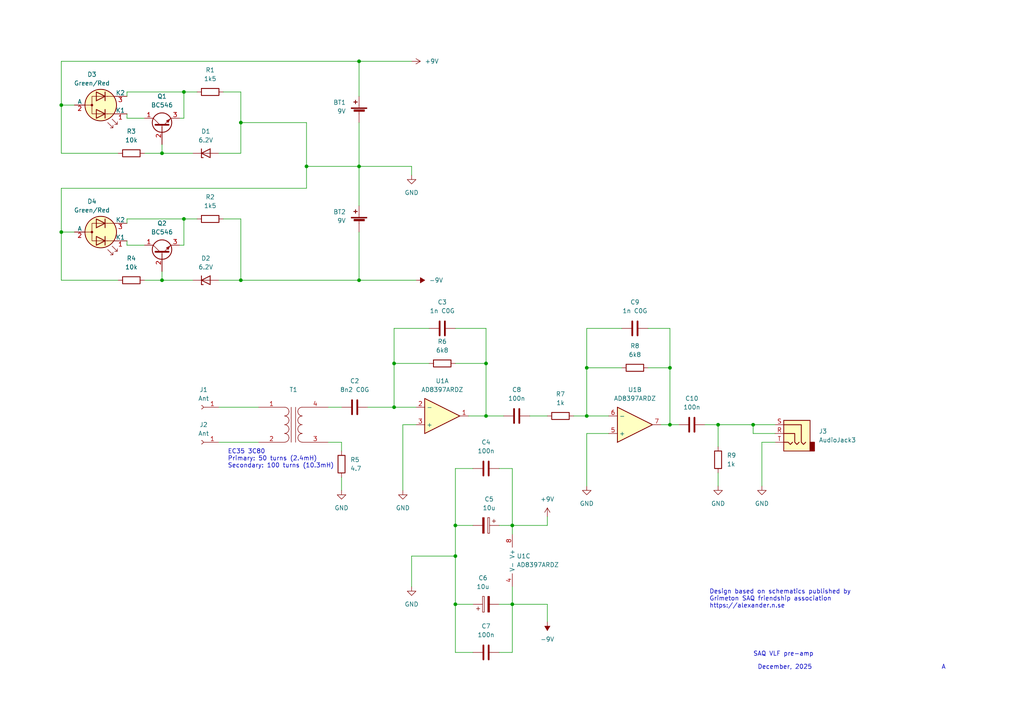
<source format=kicad_sch>
(kicad_sch (version 20211123) (generator eeschema)
  (paper "A4")
  (lib_symbols
    (symbol "Connector:AudioJack3"
      (property "Reference" "J" (at 0 8.89 0))
      (property "Value" "AudioJack3" (at 0 6.35 0))
      (symbol "AudioJack3_0_1"
        (rectangle (start -5.08 -5.08) (end -6.35 -2.54) (stroke (width 0.254)) (fill (type outline)))
        (polyline (pts (xy 0 -2.54) (xy 0.635 -3.175) (xy 1.27 -2.54) (xy 2.54 -2.54)) (stroke (width 0.254)))
        (polyline (pts (xy -1.905 -2.54) (xy -1.27 -3.175) (xy -0.635 -2.54) (xy -0.635 0) (xy 2.54 0)) (stroke (width 0.254)))
        (polyline (pts (xy 2.54 2.54) (xy -2.54 2.54) (xy -2.54 -2.54) (xy -3.175 -3.175) (xy -3.81 -2.54)) (stroke (width 0.254)))
        (rectangle (start 2.54 3.81) (end -5.08 -5.08) (stroke (width 0.254)) (fill (type background)))
      )
      (symbol "AudioJack3_1_1"
        (pin passive line (at 5.08 0 180) (length 2.54) (name "~") (number "R"))
        (pin passive line (at 5.08 2.54 180) (length 2.54) (name "~") (number "S"))
        (pin passive line (at 5.08 -2.54 180) (length 2.54) (name "~") (number "T"))
      )
    )
    (symbol "Connector:Conn_01x01_Female" (pin_names (offset 1.016) hide)
      (property "Reference" "J" (at 0 2.54 0))
      (property "Value" "Conn_01x01_Female" (at 0 -2.54 0))
      (symbol "Conn_01x01_Female_1_1"
        (polyline (pts (xy -1.27 0) (xy -0.508 0)) (stroke (width 0.1524)))
        (arc (start 0 0.508) (mid -0.508 0) (end 0 -0.508) (stroke (width 0.1524)))
        (pin passive line (at -5.08 0 0) (length 3.81) (name "Pin_1") (number "1"))
      )
    )
    (symbol "Device:Battery_Cell" (pin_numbers hide) (pin_names (offset 0) hide)
      (property "Reference" "BT" (at 2.54 2.54 0))
      (property "Value" "Battery_Cell" (at 2.54 0 0))
      (symbol "Battery_Cell_0_1"
        (rectangle (start -2.286 1.778) (end 2.286 1.524) (fill (type outline)))
        (rectangle (start -1.5748 1.1938) (end 1.4732 0.6858) (fill (type outline)))
        (polyline (pts (xy 0 0.762) (xy 0 0)))
        (polyline (pts (xy 0 1.778) (xy 0 2.54)))
        (polyline (pts (xy 0.508 3.429) (xy 1.524 3.429)) (stroke (width 0.254)))
        (polyline (pts (xy 1.016 3.937) (xy 1.016 2.921)) (stroke (width 0.254)))
      )
      (symbol "Battery_Cell_1_1"
        (pin passive line (at 0 5.08 270) (length 2.54) (name "+") (number "1"))
        (pin passive line (at 0 -2.54 90) (length 2.54) (name "-") (number "2"))
      )
    )
    (symbol "Device:C" (pin_numbers hide) (pin_names (offset 0.254))
      (property "Reference" "C" (at 0.635 2.54 0))
      (property "Value" "C" (at 0.635 -2.54 0))
      (symbol "C_0_1"
        (polyline (pts (xy -2.032 -0.762) (xy 2.032 -0.762)) (stroke (width 0.508)))
        (polyline (pts (xy -2.032 0.762) (xy 2.032 0.762)) (stroke (width 0.508)))
      )
      (symbol "C_1_1"
        (pin passive line (at 0 3.81 270) (length 2.794) (name "~") (number "1"))
        (pin passive line (at 0 -3.81 90) (length 2.794) (name "~") (number "2"))
      )
    )
    (symbol "Device:C_Polarized" (pin_numbers hide) (pin_names (offset 0.254))
      (property "Reference" "C" (at 0.635 2.54 0))
      (property "Value" "C_Polarized" (at 0.635 -2.54 0))
      (symbol "C_Polarized_0_1"
        (rectangle (start -2.286 0.508) (end 2.286 1.016))
        (polyline (pts (xy -1.778 2.286) (xy -0.762 2.286)))
        (polyline (pts (xy -1.27 2.794) (xy -1.27 1.778)))
        (rectangle (start 2.286 -0.508) (end -2.286 -1.016) (fill (type outline)))
      )
      (symbol "C_Polarized_1_1"
        (pin passive line (at 0 3.81 270) (length 2.794) (name "~") (number "1"))
        (pin passive line (at 0 -3.81 90) (length 2.794) (name "~") (number "2"))
      )
    )
    (symbol "Device:D_Zener" (pin_numbers hide) (pin_names (offset 1.016) hide)
      (property "Reference" "D" (at 0 2.54 0))
      (property "Value" "D_Zener" (at 0 -2.54 0))
      (symbol "D_Zener_0_1"
        (polyline (pts (xy 1.27 0) (xy -1.27 0)))
        (polyline (pts (xy -1.27 -1.27) (xy -1.27 1.27) (xy -0.762 1.27)) (stroke (width 0.254)))
        (polyline (pts (xy 1.27 -1.27) (xy 1.27 1.27) (xy -1.27 0) (xy 1.27 -1.27)) (stroke (width 0.254)))
      )
      (symbol "D_Zener_1_1"
        (pin passive line (at -3.81 0 0) (length 2.54) (name "K") (number "1"))
        (pin passive line (at 3.81 0 180) (length 2.54) (name "A") (number "2"))
      )
    )
    (symbol "Device:LED_Dual_KAK" (pin_names (offset 0))
      (property "Reference" "D" (at 0 5.715 0))
      (property "Value" "LED_Dual_KAK" (at 0 -6.35 0))
      (symbol "LED_Dual_KAK_0_1"
        (circle (center -2.54 0) (radius 0.2794) (fill (type outline)))
        (polyline (pts (xy -4.572 0) (xy -2.54 0)))
        (polyline (pts (xy 1.27 -1.27) (xy 1.27 -3.81)) (stroke (width 0.254)))
        (polyline (pts (xy 1.27 3.81) (xy 1.27 1.27)) (stroke (width 0.254)))
        (polyline (pts (xy 3.81 -2.54) (xy 1.905 -2.54)))
        (polyline (pts (xy 3.81 2.54) (xy 1.905 2.54)))
        (polyline (pts (xy -1.27 -1.27) (xy -1.27 -3.81) (xy 1.27 -2.54) (xy -1.27 -1.27)) (stroke (width 0.254)))
        (polyline (pts (xy -1.27 3.81) (xy -1.27 1.27) (xy 1.27 2.54) (xy -1.27 3.81)) (stroke (width 0.254)))
        (polyline (pts (xy 2.032 2.54) (xy -2.54 2.54) (xy -2.54 -2.54) (xy 2.032 -2.54)))
        (polyline (pts (xy 2.032 5.08) (xy 3.556 6.604) (xy 2.794 6.604) (xy 3.556 6.604) (xy 3.556 5.842)))
        (polyline (pts (xy 3.302 4.064) (xy 4.826 5.588) (xy 4.064 5.588) (xy 4.826 5.588) (xy 4.826 4.826)))
        (circle (center 0 0) (radius 4.572) (stroke (width 0.254)) (fill (type background)))
      )
      (symbol "LED_Dual_KAK_1_1"
        (pin input line (at 7.62 2.54 180) (length 3.81) (name "K1") (number "1"))
        (pin input line (at -7.62 0 0) (length 3.048) (name "A") (number "2"))
        (pin input line (at 7.62 -2.54 180) (length 3.81) (name "K2") (number "3"))
      )
    )
    (symbol "Device:Opamp_Dual"
      (property "Reference" "U" (at 0 5.08 0))
      (property "Value" "Opamp_Dual" (at 0 -5.08 0))
      (symbol "Opamp_Dual_1_1"
        (polyline (pts (xy -5.08 5.08) (xy 5.08 0) (xy -5.08 -5.08) (xy -5.08 5.08)) (stroke (width 0.254)) (fill (type background)))
        (pin output line (at 7.62 0 180) (length 2.54) (name "~") (number "1"))
        (pin input line (at -7.62 -2.54 0) (length 2.54) (name "-") (number "2"))
        (pin input line (at -7.62 2.54 0) (length 2.54) (name "+") (number "3"))
      )
      (symbol "Opamp_Dual_2_1"
        (polyline (pts (xy -5.08 5.08) (xy 5.08 0) (xy -5.08 -5.08) (xy -5.08 5.08)) (stroke (width 0.254)) (fill (type background)))
        (pin input line (at -7.62 2.54 0) (length 2.54) (name "+") (number "5"))
        (pin input line (at -7.62 -2.54 0) (length 2.54) (name "-") (number "6"))
        (pin output line (at 7.62 0 180) (length 2.54) (name "~") (number "7"))
      )
      (symbol "Opamp_Dual_3_1"
        (pin power_in line (at -2.54 -7.62 90) (length 3.81) (name "V-") (number "4"))
        (pin power_in line (at -2.54 7.62 270) (length 3.81) (name "V+") (number "8"))
      )
    )
    (symbol "Device:R" (pin_numbers hide) (pin_names (offset 0))
      (property "Reference" "R" (at 2.032 0 90))
      (property "Value" "R" (at 0 0 90))
      (symbol "R_0_1"
        (rectangle (start -1.016 -2.54) (end 1.016 2.54) (stroke (width 0.254)))
      )
      (symbol "R_1_1"
        (pin passive line (at 0 3.81 270) (length 1.27) (name "~") (number "1"))
        (pin passive line (at 0 -3.81 90) (length 1.27) (name "~") (number "2"))
      )
    )
    (symbol "Device:Transformer_1P_1S" (pin_names (offset 1.016) hide)
      (property "Reference" "T" (at 0 6.35 0))
      (property "Value" "Transformer_1P_1S" (at 0 -7.62 0))
      (symbol "Transformer_1P_1S_0_1"
        (arc (start -2.54 -5.0546) (mid -1.6599 -4.6901) (end -1.27 -3.81))
        (arc (start -2.54 -2.5146) (mid -1.6599 -2.1501) (end -1.27 -1.27))
        (arc (start -2.54 0.0254) (mid -1.6599 0.3899) (end -1.27 1.27))
        (arc (start -2.54 2.5654) (mid -1.6599 2.9299) (end -1.27 3.81))
        (arc (start -1.27 -3.81) (mid -1.642 -2.912) (end -2.54 -2.54))
        (arc (start -1.27 -1.27) (mid -1.642 -0.372) (end -2.54 0))
        (arc (start -1.27 1.27) (mid -1.642 2.168) (end -2.54 2.54))
        (arc (start -1.27 3.81) (mid -1.642 4.708) (end -2.54 5.08))
        (polyline (pts (xy -0.635 5.08) (xy -0.635 -5.08)))
        (polyline (pts (xy 0.635 -5.08) (xy 0.635 5.08)))
        (arc (start 1.2954 -1.27) (mid 1.6599 -2.1501) (end 2.54 -2.5146))
        (arc (start 1.2954 1.27) (mid 1.6599 0.3899) (end 2.54 0.0254))
        (arc (start 1.2954 3.81) (mid 1.6599 2.9299) (end 2.54 2.5654))
        (arc (start 1.3208 -3.81) (mid 1.6853 -4.6901) (end 2.5654 -5.0546))
        (arc (start 2.54 0) (mid 1.642 -0.372) (end 1.2954 -1.27))
        (arc (start 2.54 2.54) (mid 1.642 2.168) (end 1.2954 1.27))
        (arc (start 2.54 5.08) (mid 1.642 4.708) (end 1.2954 3.81))
        (arc (start 2.5654 -2.54) (mid 1.6674 -2.912) (end 1.3208 -3.81))
      )
      (symbol "Transformer_1P_1S_1_1"
        (pin passive line (at -10.16 5.08 0) (length 7.62) (name "AA") (number "1"))
        (pin passive line (at -10.16 -5.08 0) (length 7.62) (name "AB") (number "2"))
        (pin passive line (at 10.16 -5.08 180) (length 7.62) (name "SA") (number "3"))
        (pin passive line (at 10.16 5.08 180) (length 7.62) (name "SB") (number "4"))
      )
    )
    (symbol "Transistor_BJT:BC546" (pin_names (offset 0) hide)
      (property "Reference" "Q" (at 5.08 1.905 0))
      (property "Value" "BC546" (at 5.08 0 0))
      (symbol "BC546_0_1"
        (polyline (pts (xy 0 0) (xy 0.635 0)))
        (polyline (pts (xy 0.635 0.635) (xy 2.54 2.54)))
        (polyline (pts (xy 0.635 -0.635) (xy 2.54 -2.54) (xy 2.54 -2.54)))
        (polyline (pts (xy 0.635 1.905) (xy 0.635 -1.905) (xy 0.635 -1.905)) (stroke (width 0.508)))
        (polyline (pts (xy 1.27 -1.778) (xy 1.778 -1.27) (xy 2.286 -2.286) (xy 1.27 -1.778) (xy 1.27 -1.778)) (fill (type outline)))
        (circle (center 1.27 0) (radius 2.8194) (stroke (width 0.254)))
      )
      (symbol "BC546_1_1"
        (pin passive line (at 2.54 5.08 270) (length 2.54) (name "C") (number "1"))
        (pin input line (at -5.08 0 0) (length 5.08) (name "B") (number "2"))
        (pin passive line (at 2.54 -5.08 90) (length 2.54) (name "E") (number "3"))
      )
    )
    (symbol "power:+9V" (power) (pin_names (offset 0))
      (property "Value" "+9V" (at 0 3.556 0))
      (symbol "+9V_0_1"
        (polyline (pts (xy -0.762 1.27) (xy 0 2.54)))
        (polyline (pts (xy 0 0) (xy 0 2.54)))
        (polyline (pts (xy 0 2.54) (xy 0.762 1.27)))
      )
      (symbol "+9V_1_1"
        (pin power_in line (at 0 0 90) (length 0) hide (name "+9V") (number "1"))
      )
    )
    (symbol "power:-9V" (power) (pin_names (offset 0))
      (property "Value" "-9V" (at 0 3.81 0))
      (symbol "-9V_0_1"
        (polyline (pts (xy 0 0) (xy 0 2.54)))
        (polyline (pts (xy 0.762 1.27) (xy -0.762 1.27) (xy 0 2.54) (xy 0.762 1.27)) (fill (type outline)))
      )
      (symbol "-9V_1_1"
        (pin power_in line (at 0 0 90) (length 0) hide (name "-9V") (number "1"))
      )
    )
    (symbol "power:GND" (power) (pin_names (offset 0))
      (property "Value" "GND" (at 0 -3.81 0))
      (symbol "GND_0_1"
        (polyline (pts (xy 0 0) (xy 0 -1.27) (xy 1.27 -1.27) (xy 0 -2.54) (xy -1.27 -1.27) (xy 0 -1.27)))
      )
      (symbol "GND_1_1"
        (pin power_in line (at 0 0 270) (length 0) hide (name "GND") (number "1"))
      )
    )
  )
  (junction (at 218.44 123.19))
  (junction (at 53.34 63.5))
  (junction (at 46.99 44.45))
  (junction (at 88.9 48.26))
  (junction (at 140.97 120.65))
  (junction (at 17.78 67.31))
  (junction (at 104.14 17.78))
  (junction (at 132.08 175.26))
  (junction (at 104.14 48.26))
  (junction (at 132.08 152.4))
  (junction (at 69.85 35.56))
  (junction (at 104.14 81.28))
  (junction (at 114.3 118.11))
  (junction (at 194.31 106.68))
  (junction (at 17.78 30.48))
  (junction (at 170.18 120.65))
  (junction (at 114.3 105.41))
  (junction (at 46.99 81.28))
  (junction (at 69.85 81.28))
  (junction (at 194.31 123.19))
  (junction (at 132.08 161.29))
  (junction (at 170.18 106.68))
  (junction (at 53.34 26.67))
  (junction (at 208.28 123.19))
  (junction (at 148.59 152.4))
  (junction (at 140.97 105.41))
  (junction (at 148.59 175.26))
  (wire (pts (xy 180.34 106.68) (xy 170.18 106.68)))
  (wire (pts (xy 132.08 152.4) (xy 132.08 161.29)))
  (wire (pts (xy 220.98 128.27) (xy 220.98 140.97)))
  (wire (pts (xy 176.53 125.73) (xy 170.18 125.73)))
  (wire (pts (xy 106.68 118.11) (xy 114.3 118.11)))
  (wire (pts (xy 140.97 95.25) (xy 140.97 105.41)))
  (wire (pts (xy 69.85 44.45) (xy 69.85 35.56)))
  (wire (pts (xy 53.34 63.5) (xy 53.34 71.12)))
  (wire (pts (xy 36.83 26.67) (xy 36.83 27.94)))
  (wire (pts (xy 69.85 35.56) (xy 69.85 26.67)))
  (wire (pts (xy 137.16 135.89) (xy 132.08 135.89)))
  (wire (pts (xy 135.89 120.65) (xy 140.97 120.65)))
  (wire (pts (xy 148.59 175.26) (xy 148.59 189.23)))
  (wire (pts (xy 153.67 120.65) (xy 158.75 120.65)))
  (wire (pts (xy 132.08 152.4) (xy 137.16 152.4)))
  (wire (pts (xy 34.29 81.28) (xy 17.78 81.28)))
  (wire (pts (xy 148.59 170.18) (xy 148.59 175.26)))
  (wire (pts (xy 63.5 44.45) (xy 69.85 44.45)))
  (wire (pts (xy 194.31 95.25) (xy 194.31 106.68)))
  (wire (pts (xy 17.78 30.48) (xy 17.78 44.45)))
  (wire (pts (xy 46.99 81.28) (xy 41.91 81.28)))
  (wire (pts (xy 95.25 118.11) (xy 99.06 118.11)))
  (wire (pts (xy 63.5 81.28) (xy 69.85 81.28)))
  (wire (pts (xy 21.59 67.31) (xy 17.78 67.31)))
  (wire (pts (xy 99.06 138.43) (xy 99.06 142.24)))
  (wire (pts (xy 17.78 67.31) (xy 17.78 81.28)))
  (wire (pts (xy 21.59 30.48) (xy 17.78 30.48)))
  (wire (pts (xy 104.14 67.31) (xy 104.14 81.28)))
  (wire (pts (xy 148.59 135.89) (xy 144.78 135.89)))
  (wire (pts (xy 57.15 26.67) (xy 53.34 26.67)))
  (wire (pts (xy 104.14 17.78) (xy 104.14 27.94)))
  (wire (pts (xy 17.78 17.78) (xy 17.78 30.48)))
  (wire (pts (xy 144.78 175.26) (xy 148.59 175.26)))
  (wire (pts (xy 53.34 26.67) (xy 53.34 34.29)))
  (wire (pts (xy 218.44 125.73) (xy 218.44 123.19)))
  (wire (pts (xy 158.75 180.34) (xy 158.75 175.26)))
  (wire (pts (xy 194.31 106.68) (xy 194.31 123.19)))
  (wire (pts (xy 187.96 106.68) (xy 194.31 106.68)))
  (wire (pts (xy 88.9 54.61) (xy 88.9 48.26)))
  (wire (pts (xy 187.96 95.25) (xy 194.31 95.25)))
  (wire (pts (xy 218.44 123.19) (xy 208.28 123.19)))
  (wire (pts (xy 104.14 48.26) (xy 104.14 59.69)))
  (wire (pts (xy 46.99 44.45) (xy 41.91 44.45)))
  (wire (pts (xy 53.34 26.67) (xy 36.83 26.67)))
  (wire (pts (xy 69.85 81.28) (xy 69.85 63.5)))
  (wire (pts (xy 99.06 128.27) (xy 95.25 128.27)))
  (wire (pts (xy 194.31 123.19) (xy 196.85 123.19)))
  (wire (pts (xy 158.75 149.86) (xy 158.75 152.4)))
  (wire (pts (xy 104.14 81.28) (xy 69.85 81.28)))
  (wire (pts (xy 41.91 71.12) (xy 36.83 71.12)))
  (wire (pts (xy 208.28 137.16) (xy 208.28 140.97)))
  (wire (pts (xy 114.3 95.25) (xy 124.46 95.25)))
  (wire (pts (xy 52.07 34.29) (xy 53.34 34.29)))
  (wire (pts (xy 53.34 63.5) (xy 36.83 63.5)))
  (wire (pts (xy 191.77 123.19) (xy 194.31 123.19)))
  (wire (pts (xy 116.84 123.19) (xy 116.84 142.24)))
  (wire (pts (xy 17.78 17.78) (xy 104.14 17.78)))
  (wire (pts (xy 63.5 118.11) (xy 74.93 118.11)))
  (wire (pts (xy 114.3 95.25) (xy 114.3 105.41)))
  (wire (pts (xy 170.18 106.68) (xy 170.18 120.65)))
  (wire (pts (xy 158.75 152.4) (xy 148.59 152.4)))
  (wire (pts (xy 57.15 63.5) (xy 53.34 63.5)))
  (wire (pts (xy 148.59 152.4) (xy 148.59 154.94)))
  (wire (pts (xy 132.08 175.26) (xy 137.16 175.26)))
  (wire (pts (xy 55.88 81.28) (xy 46.99 81.28)))
  (wire (pts (xy 52.07 71.12) (xy 53.34 71.12)))
  (wire (pts (xy 170.18 125.73) (xy 170.18 140.97)))
  (wire (pts (xy 148.59 135.89) (xy 148.59 152.4)))
  (wire (pts (xy 120.65 81.28) (xy 104.14 81.28)))
  (wire (pts (xy 114.3 118.11) (xy 120.65 118.11)))
  (wire (pts (xy 114.3 105.41) (xy 124.46 105.41)))
  (wire (pts (xy 36.83 63.5) (xy 36.83 64.77)))
  (wire (pts (xy 69.85 63.5) (xy 64.77 63.5)))
  (wire (pts (xy 46.99 44.45) (xy 46.99 41.91)))
  (wire (pts (xy 170.18 95.25) (xy 180.34 95.25)))
  (wire (pts (xy 46.99 81.28) (xy 46.99 78.74)))
  (wire (pts (xy 218.44 123.19) (xy 224.79 123.19)))
  (wire (pts (xy 88.9 35.56) (xy 69.85 35.56)))
  (wire (pts (xy 224.79 125.73) (xy 218.44 125.73)))
  (wire (pts (xy 140.97 120.65) (xy 146.05 120.65)))
  (wire (pts (xy 88.9 54.61) (xy 17.78 54.61)))
  (wire (pts (xy 63.5 128.27) (xy 74.93 128.27)))
  (wire (pts (xy 132.08 175.26) (xy 132.08 189.23)))
  (wire (pts (xy 17.78 67.31) (xy 17.78 54.61)))
  (wire (pts (xy 144.78 152.4) (xy 148.59 152.4)))
  (wire (pts (xy 132.08 161.29) (xy 119.38 161.29)))
  (wire (pts (xy 69.85 26.67) (xy 64.77 26.67)))
  (wire (pts (xy 88.9 35.56) (xy 88.9 48.26)))
  (wire (pts (xy 99.06 130.81) (xy 99.06 128.27)))
  (wire (pts (xy 132.08 189.23) (xy 137.16 189.23)))
  (wire (pts (xy 36.83 69.85) (xy 36.83 71.12)))
  (wire (pts (xy 132.08 105.41) (xy 140.97 105.41)))
  (wire (pts (xy 204.47 123.19) (xy 208.28 123.19)))
  (wire (pts (xy 119.38 48.26) (xy 119.38 50.8)))
  (wire (pts (xy 170.18 106.68) (xy 170.18 95.25)))
  (wire (pts (xy 88.9 48.26) (xy 104.14 48.26)))
  (wire (pts (xy 166.37 120.65) (xy 170.18 120.65)))
  (wire (pts (xy 104.14 35.56) (xy 104.14 48.26)))
  (wire (pts (xy 55.88 44.45) (xy 46.99 44.45)))
  (wire (pts (xy 224.79 128.27) (xy 220.98 128.27)))
  (wire (pts (xy 208.28 123.19) (xy 208.28 129.54)))
  (wire (pts (xy 120.65 123.19) (xy 116.84 123.19)))
  (wire (pts (xy 36.83 33.02) (xy 36.83 34.29)))
  (wire (pts (xy 34.29 44.45) (xy 17.78 44.45)))
  (wire (pts (xy 148.59 189.23) (xy 144.78 189.23)))
  (wire (pts (xy 114.3 118.11) (xy 114.3 105.41)))
  (wire (pts (xy 170.18 120.65) (xy 176.53 120.65)))
  (wire (pts (xy 132.08 161.29) (xy 132.08 175.26)))
  (wire (pts (xy 132.08 135.89) (xy 132.08 152.4)))
  (wire (pts (xy 104.14 17.78) (xy 119.38 17.78)))
  (wire (pts (xy 158.75 175.26) (xy 148.59 175.26)))
  (wire (pts (xy 41.91 34.29) (xy 36.83 34.29)))
  (wire (pts (xy 132.08 95.25) (xy 140.97 95.25)))
  (wire (pts (xy 104.14 48.26) (xy 119.38 48.26)))
  (wire (pts (xy 140.97 105.41) (xy 140.97 120.65)))
  (wire (pts (xy 119.38 161.29) (xy 119.38 170.18)))
  (text "A" (at 273.05 194.31 0) (effects (font (size 1.27 1.27)) (justify left bottom)))
  (text "EC35 3C80\nPrimary: 50 turns (2.4mH)\nSecondary: 100 turns (10.3mH)" (at 66.04 135.89 0) (effects (font (size 1.27 1.27)) (justify left bottom)))
  (text "Design based on schematics published by \nGrimeton SAQ friendship association\nhttps://alexander.n.se" (at 205.74 176.53 0) (effects (font (size 1.27 1.27)) (justify left bottom)))
  (text "SAQ VLF pre-amp" (at 218.44 190.5 0) (effects (font (size 1.27 1.27)) (justify left bottom)))
  (text "December, 2025" (at 219.71 194.31 0) (effects (font (size 1.27 1.27)) (justify left bottom)))
  (symbol (lib_id "power:GND") (at 119.38 170.18 0) (unit 1)
    (property "Reference" "#PWR05" (effects hide))
    (property "Value" "GND" (at 119.38 175.26 0))
  )
  (symbol (lib_id "Device:Opamp_Dual") (at 128.27 120.65 0) (mirror x) (unit 1)
    (property "Reference" "U1" (at 128.27 110.49 0))
    (property "Value" "AD8397ARDZ" (at 128.27 113.03 0))
  )
  (symbol (lib_id "Device:C") (at 149.86 120.65 90) (unit 1)
    (property "Reference" "C8" (at 149.86 113.03 90))
    (property "Value" "100n" (at 149.86 115.57 90))
  )
  (symbol (lib_id "Device:Opamp_Dual") (at 184.15 123.19 0) (mirror x) (unit 2)
    (property "Reference" "U1" (at 184.15 113.03 0))
    (property "Value" "AD8397ARDZ" (at 184.15 115.57 0))
  )
  (symbol (lib_id "power:GND") (at 170.18 140.97 0) (unit 1)
    (property "Reference" "#PWR09" (effects hide))
    (property "Value" "GND" (at 170.18 146.05 0))
  )
  (symbol (lib_id "Device:C") (at 140.97 189.23 90) (unit 1)
    (property "Reference" "C7" (at 140.97 181.61 90))
    (property "Value" "100n" (at 140.97 184.15 90))
  )
  (symbol (lib_id "power:+9V") (at 158.75 149.86 0) (unit 1)
    (property "Reference" "#PWR07" (effects hide))
    (property "Value" "+9V" (at 158.75 144.78 0))
  )
  (symbol (lib_id "Device:R") (at 38.1 81.28 270) (mirror x) (unit 1)
    (property "Reference" "R4" (at 38.1 74.93 90))
    (property "Value" "10k" (at 38.1 77.47 90))
  )
  (symbol (lib_id "Transistor_BJT:BC546") (at 46.99 73.66 90) (unit 1)
    (property "Reference" "Q2" (at 46.99 64.77 90))
    (property "Value" "BC546" (at 46.99 67.31 90))
    (property "Footprint" "Package_TO_SOT_THT:TO-92_Inline" (effects hide))
    (property "Datasheet" "https://www.onsemi.com/pub/Collateral/BC550-D.pdf" (effects hide))
  )
  (symbol (lib_id "Device:R") (at 208.28 133.35 0) (unit 1)
    (property "Reference" "R9" (at 210.82 132.0799 0) (effects (justify left)))
    (property "Value" "1k" (at 210.82 134.6199 0) (effects (justify left)))
  )
  (symbol (lib_id "Device:R") (at 162.56 120.65 90) (unit 1)
    (property "Reference" "R7" (at 162.56 114.3 90))
    (property "Value" "1k" (at 162.56 116.84 90))
  )
  (symbol (lib_id "Device:D_Zener") (at 59.69 81.28 0) (mirror x) (unit 1)
    (property "Reference" "D2" (at 59.69 74.93 0))
    (property "Value" "6.2V" (at 59.69 77.47 0))
  )
  (symbol (lib_id "Device:R") (at 128.27 105.41 90) (unit 1)
    (property "Reference" "R6" (at 128.27 99.06 90))
    (property "Value" "6k8" (at 128.27 101.6 90))
  )
  (symbol (lib_id "power:GND") (at 116.84 142.24 0) (unit 1)
    (property "Reference" "#PWR02" (effects hide))
    (property "Value" "GND" (at 116.84 147.32 0))
  )
  (symbol (lib_id "power:GND") (at 208.28 140.97 0) (unit 1)
    (property "Reference" "#PWR010" (effects hide))
    (property "Value" "GND" (at 208.28 146.05 0))
  )
  (symbol (lib_id "Device:LED_Dual_KAK") (at 29.21 67.31 0) (mirror x) (unit 1)
    (property "Reference" "D4" (at 26.67 58.42 0))
    (property "Value" "Green/Red" (at 26.67 60.96 0))
  )
  (symbol (lib_id "power:+9V") (at 119.38 17.78 270) (unit 1)
    (property "Reference" "#PWR03" (effects hide))
    (property "Value" "+9V" (at 123.19 17.7799 90) (effects (justify left)))
  )
  (symbol (lib_id "Connector:Conn_01x01_Female") (at 58.42 128.27 0) (mirror y) (unit 1)
    (property "Reference" "J2" (at 59.055 123.19 0))
    (property "Value" "Ant" (at 59.055 125.73 0))
  )
  (symbol (lib_id "Transistor_BJT:BC546") (at 46.99 36.83 90) (unit 1)
    (property "Reference" "Q1" (at 46.99 27.94 90))
    (property "Value" "BC546" (at 46.99 30.48 90))
    (property "Footprint" "Package_TO_SOT_THT:TO-92_Inline" (effects hide))
    (property "Datasheet" "https://www.onsemi.com/pub/Collateral/BC550-D.pdf" (effects hide))
  )
  (symbol (lib_id "power:GND") (at 99.06 142.24 0) (unit 1)
    (property "Reference" "#PWR01" (effects hide))
    (property "Value" "GND" (at 99.06 147.32 0))
  )
  (symbol (lib_id "power:-9V") (at 120.65 81.28 270) (unit 1)
    (property "Reference" "#PWR06" (effects hide))
    (property "Value" "-9V" (at 124.46 81.2799 90) (effects (justify left)))
  )
  (symbol (lib_id "Device:R") (at 60.96 26.67 270) (mirror x) (unit 1)
    (property "Reference" "R1" (at 60.96 20.32 90))
    (property "Value" "1k5" (at 60.96 22.86 90))
  )
  (symbol (lib_id "power:-9V") (at 158.75 180.34 0) (mirror x) (unit 1)
    (property "Reference" "#PWR08" (effects hide))
    (property "Value" "-9V" (at 158.75 185.42 0))
  )
  (symbol (lib_id "Device:C") (at 184.15 95.25 90) (unit 1)
    (property "Reference" "C9" (at 184.15 87.63 90))
    (property "Value" "1n C0G" (at 184.15 90.17 90))
  )
  (symbol (lib_id "power:GND") (at 220.98 140.97 0) (unit 1)
    (property "Reference" "#PWR011" (effects hide))
    (property "Value" "GND" (at 220.98 146.05 0))
  )
  (symbol (lib_id "power:GND") (at 119.38 50.8 0) (unit 1)
    (property "Reference" "#PWR04" (effects hide))
    (property "Value" "GND" (at 119.38 55.88 0))
  )
  (symbol (lib_id "Device:R") (at 60.96 63.5 270) (mirror x) (unit 1)
    (property "Reference" "R2" (at 60.96 57.15 90))
    (property "Value" "1k5" (at 60.96 59.69 90))
  )
  (symbol (lib_id "Connector:Conn_01x01_Female") (at 58.42 118.11 180) (unit 1)
    (property "Reference" "J1" (at 59.055 113.03 0))
    (property "Value" "Ant" (at 59.055 115.57 0))
  )
  (symbol (lib_id "Device:R") (at 184.15 106.68 90) (unit 1)
    (property "Reference" "R8" (at 184.15 100.33 90))
    (property "Value" "6k8" (at 184.15 102.87 90))
  )
  (symbol (lib_id "Device:Opamp_Dual") (at 151.13 162.56 0) (unit 3)
    (property "Reference" "U1" (at 149.86 161.2899 0) (effects (justify left)))
    (property "Value" "AD8397ARDZ" (at 149.86 163.8299 0) (effects (justify left)))
  )
  (symbol (lib_id "Device:Battery_Cell") (at 104.14 64.77 0) (mirror y) (unit 1)
    (property "Reference" "BT2" (at 100.33 61.4679 0) (effects (justify left)))
    (property "Value" "9V" (at 100.33 64.0079 0) (effects (justify left)))
  )
  (symbol (lib_id "Device:C") (at 200.66 123.19 90) (unit 1)
    (property "Reference" "C10" (at 200.66 115.57 90))
    (property "Value" "100n" (at 200.66 118.11 90))
  )
  (symbol (lib_id "Device:C_Polarized") (at 140.97 175.26 90) (unit 1)
    (property "Reference" "C6" (at 140.081 167.64 90))
    (property "Value" "10u" (at 140.081 170.18 90))
  )
  (symbol (lib_id "Device:Transformer_1P_1S") (at 85.09 123.19 0) (unit 1)
    (property "Reference" "T1" (at 85.1027 113.03 0))
    (property "Value" " " (at 85.1027 115.57 0))
  )
  (symbol (lib_id "Device:C") (at 128.27 95.25 90) (unit 1)
    (property "Reference" "C3" (at 128.27 87.63 90))
    (property "Value" "1n C0G" (at 128.27 90.17 90))
  )
  (symbol (lib_id "Device:R") (at 99.06 134.62 180) (unit 1)
    (property "Reference" "R5" (at 101.6 133.3499 0) (effects (justify right)))
    (property "Value" "4.7" (at 101.6 135.8899 0) (effects (justify right)))
  )
  (symbol (lib_id "Device:R") (at 38.1 44.45 270) (mirror x) (unit 1)
    (property "Reference" "R3" (at 38.1 38.1 90))
    (property "Value" "10k" (at 38.1 40.64 90))
  )
  (symbol (lib_id "Device:D_Zener") (at 59.69 44.45 0) (mirror x) (unit 1)
    (property "Reference" "D1" (at 59.69 38.1 0))
    (property "Value" "6.2V" (at 59.69 40.64 0))
  )
  (symbol (lib_id "Device:Battery_Cell") (at 104.14 33.02 0) (mirror y) (unit 1)
    (property "Reference" "BT1" (at 100.33 29.7179 0) (effects (justify left)))
    (property "Value" "9V" (at 100.33 32.2579 0) (effects (justify left)))
  )
  (symbol (lib_id "Device:LED_Dual_KAK") (at 29.21 30.48 0) (mirror x) (unit 1)
    (property "Reference" "D3" (at 26.67 21.59 0))
    (property "Value" "Green/Red" (at 26.67 24.13 0))
  )
  (symbol (lib_id "Device:C") (at 102.87 118.11 90) (unit 1)
    (property "Reference" "C2" (at 102.87 110.49 90))
    (property "Value" "8n2 C0G" (at 102.87 113.03 90))
  )
  (symbol (lib_id "Device:C") (at 140.97 135.89 90) (unit 1)
    (property "Reference" "C4" (at 140.97 128.27 90))
    (property "Value" "100n" (at 140.97 130.81 90))
  )
  (symbol (lib_id "Device:C_Polarized") (at 140.97 152.4 270) (unit 1)
    (property "Reference" "C5" (at 141.859 144.78 90))
    (property "Value" "10u" (at 141.859 147.32 90))
  )
  (symbol (lib_id "Connector:AudioJack3") (at 229.87 125.73 0) (mirror y) (unit 1)
    (property "Reference" "J3" (at 237.49 125.0949 0) (effects (justify right)))
    (property "Value" "AudioJack3" (at 237.49 127.6349 0) (effects (justify right)))
  )
)
</source>
